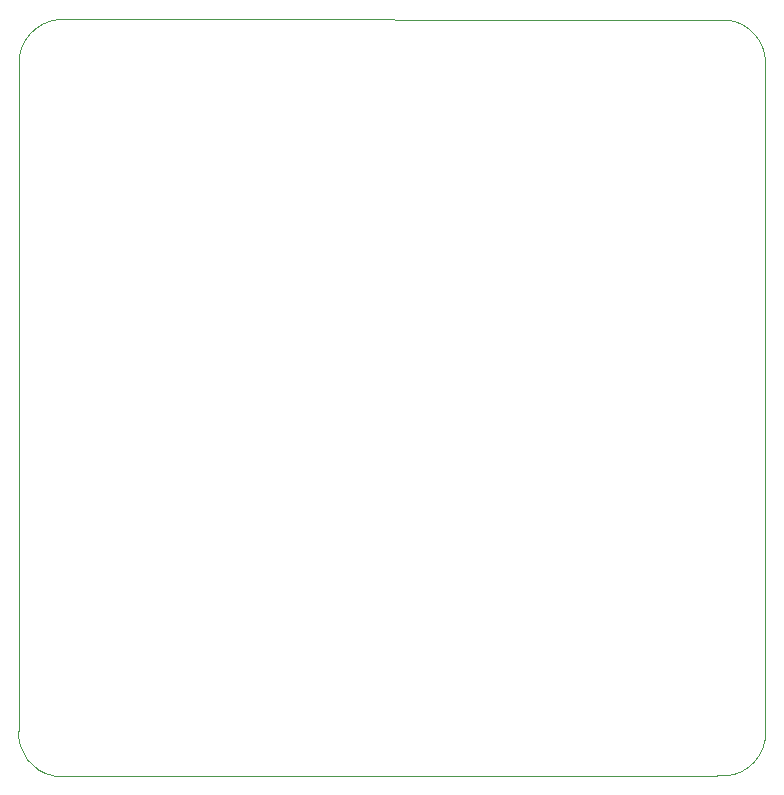
<source format=gbr>
%TF.GenerationSoftware,KiCad,Pcbnew,8.0.5*%
%TF.CreationDate,2024-09-26T23:28:09-07:00*%
%TF.ProjectId,STM32F405 Flight Controller,53544d33-3246-4343-9035-20466c696768,rev?*%
%TF.SameCoordinates,Original*%
%TF.FileFunction,Profile,NP*%
%FSLAX46Y46*%
G04 Gerber Fmt 4.6, Leading zero omitted, Abs format (unit mm)*
G04 Created by KiCad (PCBNEW 8.0.5) date 2024-09-26 23:28:09*
%MOMM*%
%LPD*%
G01*
G04 APERTURE LIST*
%TA.AperFunction,Profile*%
%ADD10C,0.050000*%
%TD*%
G04 APERTURE END LIST*
D10*
X188065793Y-60700450D02*
X188029996Y-117698244D01*
X124900001Y-59800000D02*
G75*
G02*
X128945114Y-56667589I3699999J-600000D01*
G01*
X127800001Y-120699999D02*
G75*
G02*
X124864028Y-116873049I599999J3499999D01*
G01*
X128945114Y-56667589D02*
X184782562Y-56700001D01*
X188029996Y-117698244D02*
G75*
G02*
X184000000Y-120699999I-3591496J615644D01*
G01*
X184782562Y-56700001D02*
G75*
G02*
X188065793Y-60700450I-382562J-3661499D01*
G01*
X184000000Y-120700000D02*
X127800001Y-120699999D01*
X124864028Y-116873049D02*
X124900000Y-59800000D01*
M02*

</source>
